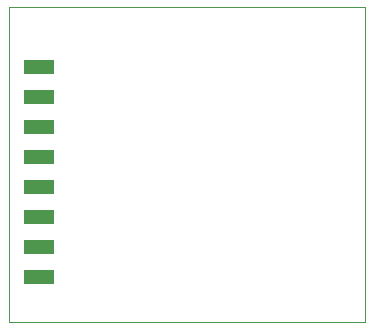
<source format=gtp>
G04 EAGLE Gerber RS-274X export*
G75*
%MOMM*%
%FSLAX34Y34*%
%LPD*%
%INSMD-Paste Oberseite*%
%IPPOS*%
%AMOC8*
5,1,8,0,0,1.08239X$1,22.5*%
G01*
%ADD10C,0.000000*%
%ADD11R,2.540000X1.270000*%


D10*
X38100Y127000D02*
X339600Y127000D01*
X339600Y393600D01*
X38100Y393600D01*
X38100Y127000D01*
D11*
X63500Y342900D03*
X63500Y317500D03*
X63500Y292100D03*
X63500Y266700D03*
X63500Y241300D03*
X63500Y190500D03*
X63500Y215900D03*
X63500Y165100D03*
M02*

</source>
